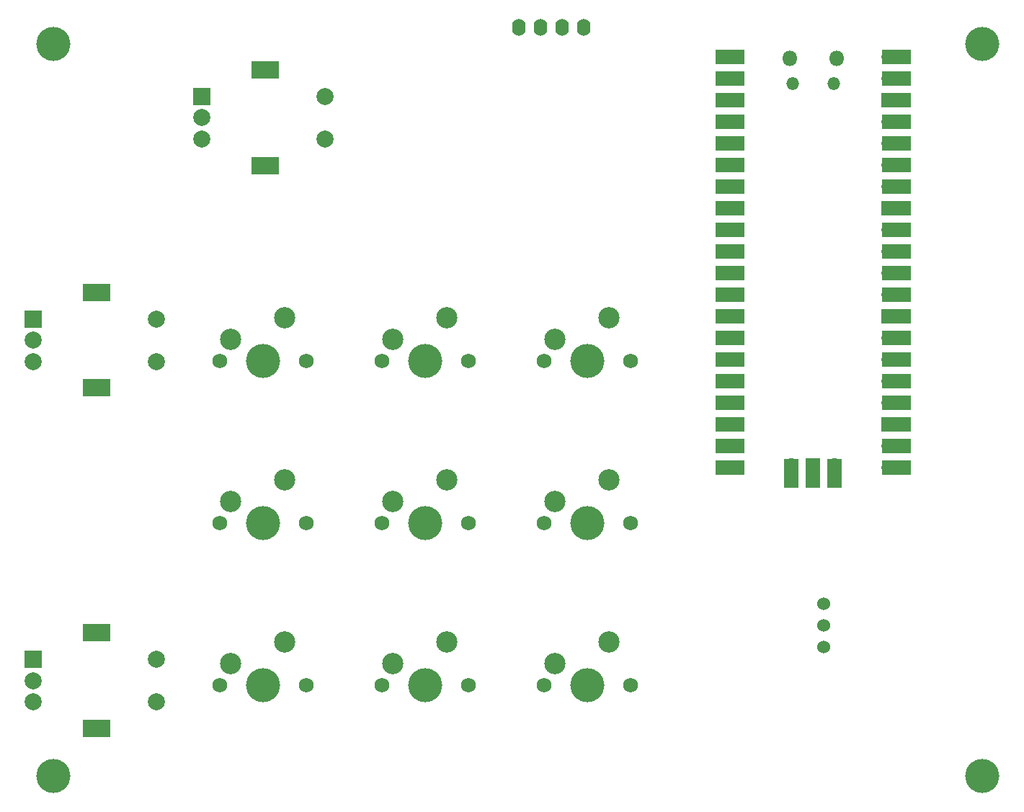
<source format=gbr>
%TF.GenerationSoftware,KiCad,Pcbnew,7.0.9*%
%TF.CreationDate,2023-12-30T23:00:53+00:00*%
%TF.ProjectId,MacroPad V2,4d616372-6f50-4616-9420-56322e6b6963,rev?*%
%TF.SameCoordinates,Original*%
%TF.FileFunction,Soldermask,Top*%
%TF.FilePolarity,Negative*%
%FSLAX46Y46*%
G04 Gerber Fmt 4.6, Leading zero omitted, Abs format (unit mm)*
G04 Created by KiCad (PCBNEW 7.0.9) date 2023-12-30 23:00:53*
%MOMM*%
%LPD*%
G01*
G04 APERTURE LIST*
%ADD10C,4.000000*%
%ADD11C,1.750000*%
%ADD12C,2.500000*%
%ADD13R,2.000000X2.000000*%
%ADD14C,2.000000*%
%ADD15R,3.200000X2.000000*%
%ADD16O,1.600000X2.000000*%
%ADD17C,1.524000*%
%ADD18O,1.800000X1.800000*%
%ADD19O,1.500000X1.500000*%
%ADD20O,1.700000X1.700000*%
%ADD21R,3.500000X1.700000*%
%ADD22R,1.700000X1.700000*%
%ADD23R,1.700000X3.500000*%
G04 APERTURE END LIST*
D10*
%TO.C,*%
X85772000Y-60880000D03*
%TD*%
%TO.C,*%
X85772000Y-60880000D03*
%TD*%
%TO.C,*%
X194962000Y-60880000D03*
%TD*%
%TO.C,*%
X194962000Y-60880000D03*
%TD*%
%TO.C,*%
X85772000Y-146852000D03*
%TD*%
%TO.C,*%
X194962000Y-146852000D03*
%TD*%
D11*
%TO.C,S2*%
X124442000Y-98122000D03*
D10*
X129522000Y-98122000D03*
D11*
X134602000Y-98122000D03*
D12*
X125712000Y-95582000D03*
X132062000Y-93042000D03*
%TD*%
D13*
%TO.C,SW1*%
X83397000Y-133176000D03*
D14*
X83397000Y-138176000D03*
X83397000Y-135676000D03*
D15*
X90897000Y-130076000D03*
X90897000Y-141276000D03*
D14*
X97897000Y-138176000D03*
X97897000Y-133176000D03*
%TD*%
D11*
%TO.C,S9*%
X143492000Y-136222000D03*
D10*
X148572000Y-136222000D03*
D11*
X153652000Y-136222000D03*
D12*
X144762000Y-133682000D03*
X151112000Y-131142000D03*
%TD*%
D11*
%TO.C,S6*%
X143492000Y-117172000D03*
D10*
X148572000Y-117172000D03*
D11*
X153652000Y-117172000D03*
D12*
X144762000Y-114632000D03*
X151112000Y-112092000D03*
%TD*%
D13*
%TO.C,SW2*%
X103222000Y-67047000D03*
D14*
X103222000Y-72047000D03*
X103222000Y-69547000D03*
D15*
X110722000Y-63947000D03*
X110722000Y-75147000D03*
D14*
X117722000Y-72047000D03*
X117722000Y-67047000D03*
%TD*%
D11*
%TO.C,S4*%
X105392000Y-117172000D03*
D10*
X110472000Y-117172000D03*
D11*
X115552000Y-117172000D03*
D12*
X106662000Y-114632000D03*
X113012000Y-112092000D03*
%TD*%
D11*
%TO.C,S5*%
X124442000Y-117172000D03*
D10*
X129522000Y-117172000D03*
D11*
X134602000Y-117172000D03*
D12*
X125712000Y-114632000D03*
X132062000Y-112092000D03*
%TD*%
D11*
%TO.C,S3*%
X143492000Y-98122000D03*
D10*
X148572000Y-98122000D03*
D11*
X153652000Y-98122000D03*
D12*
X144762000Y-95582000D03*
X151112000Y-93042000D03*
%TD*%
D16*
%TO.C,Brd1*%
X140477000Y-58947000D03*
X143017000Y-58947000D03*
X145557000Y-58947000D03*
X148097000Y-58947000D03*
%TD*%
D11*
%TO.C,S8*%
X124442000Y-136222000D03*
D10*
X129522000Y-136222000D03*
D11*
X134602000Y-136222000D03*
D12*
X125712000Y-133682000D03*
X132062000Y-131142000D03*
%TD*%
D11*
%TO.C,S7*%
X105392000Y-136222000D03*
D10*
X110472000Y-136222000D03*
D11*
X115552000Y-136222000D03*
D12*
X106662000Y-133682000D03*
X113012000Y-131142000D03*
%TD*%
D17*
%TO.C,toggle1*%
X176342000Y-131777000D03*
X176342000Y-126697000D03*
X176342000Y-129237000D03*
%TD*%
D11*
%TO.C,S1*%
X105392000Y-98122000D03*
D10*
X110472000Y-98122000D03*
D11*
X115552000Y-98122000D03*
D12*
X106662000Y-95582000D03*
X113012000Y-93042000D03*
%TD*%
D18*
%TO.C,U1*%
X172347000Y-62522000D03*
D19*
X172647000Y-65552000D03*
X177497000Y-65552000D03*
D18*
X177797000Y-62522000D03*
D20*
X166182000Y-62392000D03*
D21*
X165282000Y-62392000D03*
D20*
X166182000Y-64932000D03*
D21*
X165282000Y-64932000D03*
D22*
X166182000Y-67472000D03*
D21*
X165282000Y-67472000D03*
D20*
X166182000Y-70012000D03*
D21*
X165282000Y-70012000D03*
D20*
X166182000Y-72552000D03*
D21*
X165282000Y-72552000D03*
D20*
X166182000Y-75092000D03*
D21*
X165282000Y-75092000D03*
D20*
X166182000Y-77632000D03*
D21*
X165282000Y-77632000D03*
D22*
X166182000Y-80172000D03*
D21*
X165282000Y-80172000D03*
D20*
X166182000Y-82712000D03*
D21*
X165282000Y-82712000D03*
D20*
X166182000Y-85252000D03*
D21*
X165282000Y-85252000D03*
D20*
X166182000Y-87792000D03*
D21*
X165282000Y-87792000D03*
D20*
X166182000Y-90332000D03*
D21*
X165282000Y-90332000D03*
D22*
X166182000Y-92872000D03*
D21*
X165282000Y-92872000D03*
D20*
X166182000Y-95412000D03*
D21*
X165282000Y-95412000D03*
D20*
X166182000Y-97952000D03*
D21*
X165282000Y-97952000D03*
D20*
X166182000Y-100492000D03*
D21*
X165282000Y-100492000D03*
D20*
X166182000Y-103032000D03*
D21*
X165282000Y-103032000D03*
D22*
X166182000Y-105572000D03*
D21*
X165282000Y-105572000D03*
D20*
X166182000Y-108112000D03*
D21*
X165282000Y-108112000D03*
D20*
X166182000Y-110652000D03*
D21*
X165282000Y-110652000D03*
D20*
X183962000Y-110652000D03*
D21*
X184862000Y-110652000D03*
D20*
X183962000Y-108112000D03*
D21*
X184862000Y-108112000D03*
D22*
X183962000Y-105572000D03*
D21*
X184862000Y-105572000D03*
D20*
X183962000Y-103032000D03*
D21*
X184862000Y-103032000D03*
D20*
X183962000Y-100492000D03*
D21*
X184862000Y-100492000D03*
D20*
X183962000Y-97952000D03*
D21*
X184862000Y-97952000D03*
D20*
X183962000Y-95412000D03*
D21*
X184862000Y-95412000D03*
D22*
X183962000Y-92872000D03*
D21*
X184862000Y-92872000D03*
D20*
X183962000Y-90332000D03*
D21*
X184862000Y-90332000D03*
D20*
X183962000Y-87792000D03*
D21*
X184862000Y-87792000D03*
D20*
X183962000Y-85252000D03*
D21*
X184862000Y-85252000D03*
D20*
X183962000Y-82712000D03*
D21*
X184862000Y-82712000D03*
D22*
X183962000Y-80172000D03*
D21*
X184862000Y-80172000D03*
D20*
X183962000Y-77632000D03*
D21*
X184862000Y-77632000D03*
D20*
X183962000Y-75092000D03*
D21*
X184862000Y-75092000D03*
D20*
X183962000Y-72552000D03*
D21*
X184862000Y-72552000D03*
D20*
X183962000Y-70012000D03*
D21*
X184862000Y-70012000D03*
D22*
X183962000Y-67472000D03*
D21*
X184862000Y-67472000D03*
D20*
X183962000Y-64932000D03*
D21*
X184862000Y-64932000D03*
D20*
X183962000Y-62392000D03*
D21*
X184862000Y-62392000D03*
D20*
X172532000Y-110422000D03*
D23*
X172532000Y-111322000D03*
D22*
X175072000Y-110422000D03*
D23*
X175072000Y-111322000D03*
D20*
X177612000Y-110422000D03*
D23*
X177612000Y-111322000D03*
%TD*%
D13*
%TO.C,SW3*%
X83397000Y-93197000D03*
D14*
X83397000Y-98197000D03*
X83397000Y-95697000D03*
D15*
X90897000Y-90097000D03*
X90897000Y-101297000D03*
D14*
X97897000Y-98197000D03*
X97897000Y-93197000D03*
%TD*%
M02*

</source>
